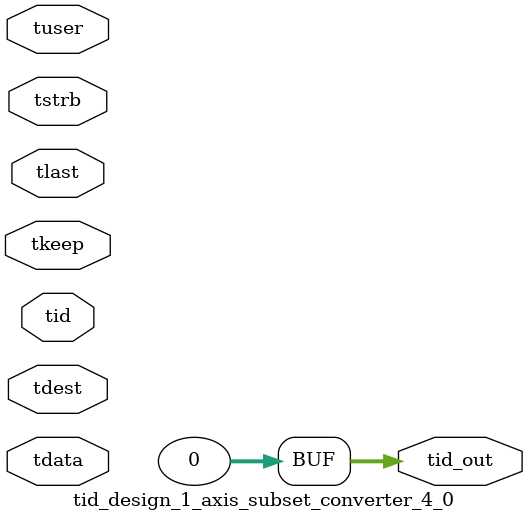
<source format=v>


`timescale 1ps/1ps

module tid_design_1_axis_subset_converter_4_0 #
(
parameter C_S_AXIS_TID_WIDTH   = 1,
parameter C_S_AXIS_TUSER_WIDTH = 0,
parameter C_S_AXIS_TDATA_WIDTH = 0,
parameter C_S_AXIS_TDEST_WIDTH = 0,
parameter C_M_AXIS_TID_WIDTH   = 32
)
(
input  [(C_S_AXIS_TID_WIDTH   == 0 ? 1 : C_S_AXIS_TID_WIDTH)-1:0       ] tid,
input  [(C_S_AXIS_TDATA_WIDTH == 0 ? 1 : C_S_AXIS_TDATA_WIDTH)-1:0     ] tdata,
input  [(C_S_AXIS_TUSER_WIDTH == 0 ? 1 : C_S_AXIS_TUSER_WIDTH)-1:0     ] tuser,
input  [(C_S_AXIS_TDEST_WIDTH == 0 ? 1 : C_S_AXIS_TDEST_WIDTH)-1:0     ] tdest,
input  [(C_S_AXIS_TDATA_WIDTH/8)-1:0 ] tkeep,
input  [(C_S_AXIS_TDATA_WIDTH/8)-1:0 ] tstrb,
input                                                                    tlast,
output [(C_M_AXIS_TID_WIDTH   == 0 ? 1 : C_M_AXIS_TID_WIDTH)-1:0       ] tid_out
);

assign tid_out = {1'b0};

endmodule


</source>
